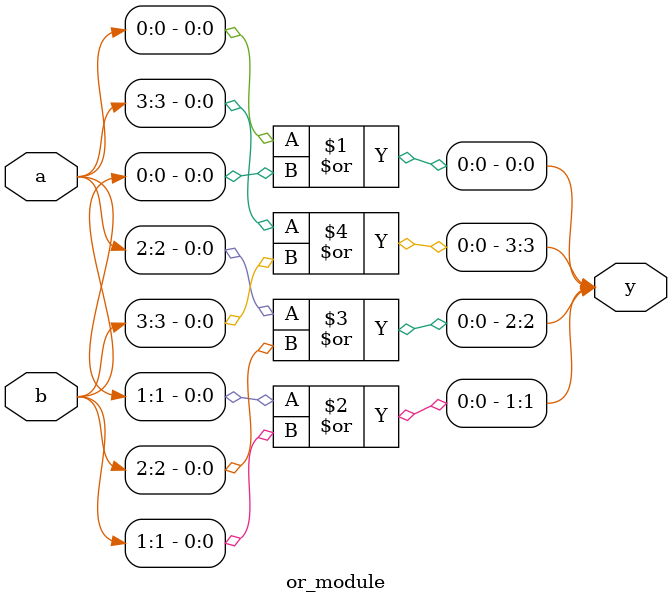
<source format=sv>
module or_module #(parameter N = 4) (
  input wire [N-1:0] a,
  input wire [N-1:0] b,
  output wire [N-1:0] y
);

  genvar i;
  generate
    for (i = 0; i < N; i = i + 1) begin: bit_and_generate
      assign y[i] = a[i] | b[i];
    end
  endgenerate

endmodule

</source>
